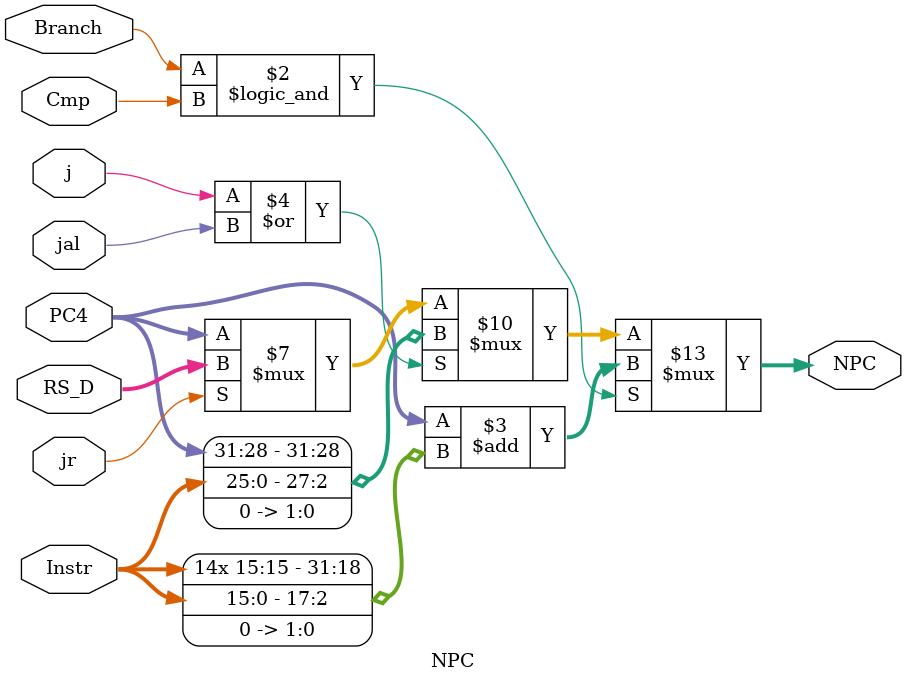
<source format=v>
`timescale 1ns / 1ps
module NPC(
	 input [31:0] Instr,
    input [31:0] PC4,
    output reg [31:0] NPC,
	 input Branch,
	 input Cmp,
	 input j,
	 input jal,
	 input jr,
	 input [31:0] RS_D
	 );
	
	initial begin
		NPC = 32'h00003000; 
	end
		//¶ÔPCµÄÖµ½øÐÐ¸üÐÂ
	always @(*) begin
			//Èç¹ûÂú×ãBranchÖ¸ÁîÌø×ªµÄÌõ¼þÔò½øÐÐÌø×ª
			if (Branch && Cmp)
				NPC <= PC4 + {{14{Instr[15]}},{Instr[15:0]},{2{1'b0}}};
			//Èç¹ûÎªj»òÕßjalÖ¸ÁîÔò¸ù¾ÝPCºÍInstr¼ÆËãNPC
			else if (j | jal)
				NPC <= {{PC4[31:28]},{Instr[25:0]},{2{1'b0}}};
			//Èç¹ûÎªjalr»òÕßjrÖ¸ÁîÔò¸ù¾Ý¼Ä´æÆ÷¶ÁÈ¡µÄµØÖ·´æÈëPC
			else if (jr)
				NPC <= RS_D;
			else 
				NPC <= PC4;
	end  

endmodule

</source>
